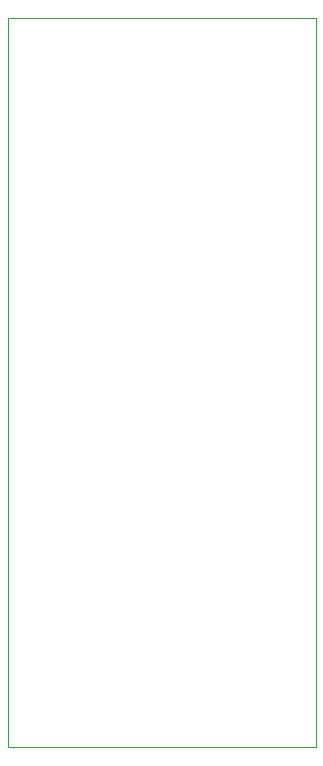
<source format=gbr>
G04 #@! TF.GenerationSoftware,KiCad,Pcbnew,5.1.4*
G04 #@! TF.CreationDate,2019-09-01T18:38:05+02:00*
G04 #@! TF.ProjectId,blueled,626c7565-6c65-4642-9e6b-696361645f70,rev?*
G04 #@! TF.SameCoordinates,Original*
G04 #@! TF.FileFunction,Profile,NP*
%FSLAX46Y46*%
G04 Gerber Fmt 4.6, Leading zero omitted, Abs format (unit mm)*
G04 Created by KiCad (PCBNEW 5.1.4) date 2019-09-01 18:38:05*
%MOMM*%
%LPD*%
G04 APERTURE LIST*
%ADD10C,0.050000*%
G04 APERTURE END LIST*
D10*
X140335000Y-159512000D02*
X140335000Y-97790000D01*
X166370000Y-159512000D02*
X140335000Y-159512000D01*
X166370000Y-97790000D02*
X166370000Y-159512000D01*
X140335000Y-97790000D02*
X166370000Y-97790000D01*
M02*

</source>
